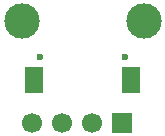
<source format=gbr>
G04 #@! TF.FileFunction,Soldermask,Bot*
%FSLAX46Y46*%
G04 Gerber Fmt 4.6, Leading zero omitted, Abs format (unit mm)*
G04 Created by KiCad (PCBNEW 4.0.0-rc1-stable) date fre  9 okt 2015 20:00:11*
%MOMM*%
G01*
G04 APERTURE LIST*
%ADD10C,0.100000*%
%ADD11C,1.700000*%
%ADD12R,1.700000X1.700000*%
%ADD13C,0.600000*%
%ADD14O,0.600000X0.600000*%
%ADD15R,1.650000X2.300000*%
%ADD16C,3.000000*%
G04 APERTURE END LIST*
D10*
D11*
X62236000Y-11103000D03*
X64776000Y-11103000D03*
X67316000Y-11103000D03*
D12*
X69856000Y-11103000D03*
D13*
X70110000Y-5515000D03*
D14*
X62910000Y-5515000D03*
D15*
X70605000Y-7515000D03*
X62415000Y-7515000D03*
D16*
X61351520Y-2465000D03*
X71670120Y-2465000D03*
M02*

</source>
